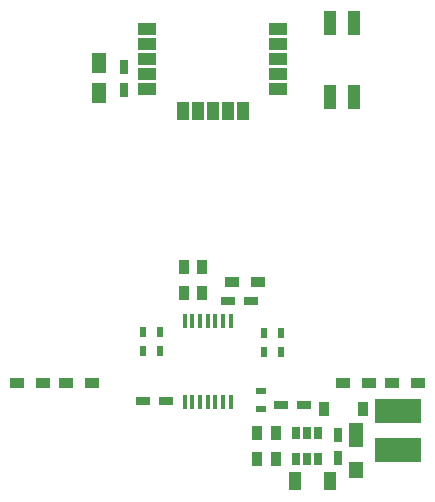
<source format=gtp>
G04 #@! TF.GenerationSoftware,KiCad,Pcbnew,5.0.1-33cea8e~68~ubuntu16.04.1*
G04 #@! TF.CreationDate,2018-11-21T16:15:50+02:00*
G04 #@! TF.ProjectId,livolo_2_channels_1way_eu_switch,6C69766F6C6F5F325F6368616E6E656C,rev?*
G04 #@! TF.SameCoordinates,Original*
G04 #@! TF.FileFunction,Paste,Top*
G04 #@! TF.FilePolarity,Positive*
%FSLAX46Y46*%
G04 Gerber Fmt 4.6, Leading zero omitted, Abs format (unit mm)*
G04 Created by KiCad (PCBNEW 5.0.1-33cea8e~68~ubuntu16.04.1) date Wed 21 Nov 2018 16:15:50 EET*
%MOMM*%
%LPD*%
G01*
G04 APERTURE LIST*
%ADD10R,0.500000X0.900000*%
%ADD11R,1.000000X2.000000*%
%ADD12R,4.000000X2.000000*%
%ADD13R,1.200000X2.000000*%
%ADD14R,1.200000X1.400000*%
%ADD15R,0.900000X1.200000*%
%ADD16R,0.650000X1.060000*%
%ADD17R,1.200000X0.750000*%
%ADD18R,0.750000X1.200000*%
%ADD19R,1.200000X0.900000*%
%ADD20R,0.900000X0.500000*%
%ADD21R,1.260000X1.750000*%
%ADD22R,1.000000X1.600000*%
%ADD23R,0.400000X1.200000*%
%ADD24R,1.500000X1.000000*%
%ADD25R,1.000000X1.500000*%
G04 APERTURE END LIST*
D10*
G04 #@! TO.C,R4*
X146350000Y-100800000D03*
X147850000Y-100800000D03*
G04 #@! TD*
G04 #@! TO.C,R9*
X146350000Y-99200000D03*
X147850000Y-99200000D03*
G04 #@! TD*
G04 #@! TO.C,R10*
X136100000Y-100700000D03*
X137600000Y-100700000D03*
G04 #@! TD*
G04 #@! TO.C,R3*
X136100000Y-99100000D03*
X137600000Y-99100000D03*
G04 #@! TD*
D11*
G04 #@! TO.C,J1*
X152000000Y-79250000D03*
X152000000Y-73000000D03*
X154000000Y-79250000D03*
X154000000Y-73000000D03*
G04 #@! TD*
D12*
G04 #@! TO.C,L2*
X157700000Y-105850000D03*
X157700000Y-109100000D03*
G04 #@! TD*
D13*
G04 #@! TO.C,D2*
X154200000Y-107800000D03*
D14*
X154200000Y-110800000D03*
G04 #@! TD*
D15*
G04 #@! TO.C,R2*
X145800000Y-107700000D03*
X145800000Y-109900000D03*
G04 #@! TD*
D16*
G04 #@! TO.C,U2*
X150000000Y-109900000D03*
X150950000Y-109900000D03*
X149050000Y-109900000D03*
X149050000Y-107700000D03*
X150000000Y-107700000D03*
X150950000Y-107700000D03*
G04 #@! TD*
D17*
G04 #@! TO.C,C7*
X147850000Y-105300000D03*
X149750000Y-105300000D03*
G04 #@! TD*
D18*
G04 #@! TO.C,C9*
X152600000Y-109750000D03*
X152600000Y-107850000D03*
G04 #@! TD*
D15*
G04 #@! TO.C,D1*
X154750000Y-105600000D03*
X151450000Y-105600000D03*
G04 #@! TD*
G04 #@! TO.C,R1*
X147400000Y-109900000D03*
X147400000Y-107700000D03*
G04 #@! TD*
D19*
G04 #@! TO.C,R5*
X155300000Y-103400000D03*
X153100000Y-103400000D03*
G04 #@! TD*
G04 #@! TO.C,R6*
X157200000Y-103400000D03*
X159400000Y-103400000D03*
G04 #@! TD*
G04 #@! TO.C,R7*
X129600000Y-103400000D03*
X131800000Y-103400000D03*
G04 #@! TD*
G04 #@! TO.C,R8*
X127700000Y-103400000D03*
X125500000Y-103400000D03*
G04 #@! TD*
D20*
G04 #@! TO.C,L1*
X146100000Y-104150000D03*
X146100000Y-105650000D03*
G04 #@! TD*
D21*
G04 #@! TO.C,C1*
X132400000Y-76325000D03*
X132400000Y-78875000D03*
G04 #@! TD*
D18*
G04 #@! TO.C,C2*
X134500000Y-78600000D03*
X134500000Y-76700000D03*
G04 #@! TD*
D22*
G04 #@! TO.C,C10*
X152000000Y-111700000D03*
X149000000Y-111700000D03*
G04 #@! TD*
D17*
G04 #@! TO.C,C3*
X136150000Y-105000000D03*
X138050000Y-105000000D03*
G04 #@! TD*
G04 #@! TO.C,C4*
X145250000Y-96500000D03*
X143350000Y-96500000D03*
G04 #@! TD*
D15*
G04 #@! TO.C,R12*
X139600000Y-93600000D03*
X139600000Y-95800000D03*
G04 #@! TD*
D19*
G04 #@! TO.C,R13*
X145900000Y-94900000D03*
X143700000Y-94900000D03*
G04 #@! TD*
D15*
G04 #@! TO.C,R14*
X141100000Y-95800000D03*
X141100000Y-93600000D03*
G04 #@! TD*
D23*
G04 #@! TO.C,U7*
X139650000Y-98150000D03*
X140300000Y-98150000D03*
X140950000Y-98150000D03*
X141600000Y-98150000D03*
X142250000Y-98150000D03*
X142900000Y-98150000D03*
X143550000Y-98150000D03*
X143550000Y-105050000D03*
X142900000Y-105050000D03*
X142250000Y-105050000D03*
X141600000Y-105050000D03*
X140950000Y-105050000D03*
X140300000Y-105050000D03*
X139650000Y-105050000D03*
G04 #@! TD*
D24*
G04 #@! TO.C,U3*
X147600000Y-78580000D03*
X147600000Y-77310000D03*
X147600000Y-76040000D03*
X147600000Y-74770000D03*
X147600000Y-73500000D03*
D25*
X139520000Y-80400000D03*
X140790000Y-80400000D03*
X142060000Y-80400000D03*
X143330000Y-80400000D03*
X144600000Y-80400000D03*
D24*
X136500000Y-73500000D03*
X136500000Y-74770000D03*
X136500000Y-76040000D03*
X136500000Y-77310000D03*
X136500000Y-78580000D03*
G04 #@! TD*
M02*

</source>
